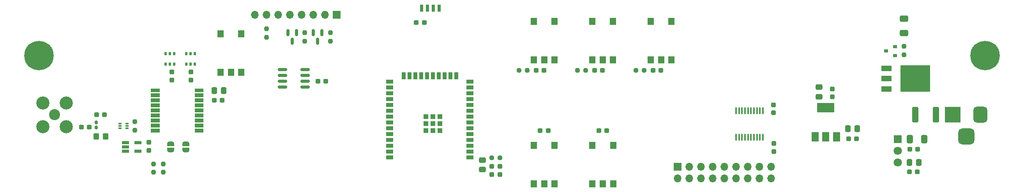
<source format=gts>
%TF.GenerationSoftware,KiCad,Pcbnew,(6.0.0)*%
%TF.CreationDate,2022-08-27T11:05:42-04:00*%
%TF.ProjectId,VFD GPS Clock,56464420-4750-4532-9043-6c6f636b2e6b,rev?*%
%TF.SameCoordinates,Original*%
%TF.FileFunction,Soldermask,Top*%
%TF.FilePolarity,Negative*%
%FSLAX46Y46*%
G04 Gerber Fmt 4.6, Leading zero omitted, Abs format (unit mm)*
G04 Created by KiCad (PCBNEW (6.0.0)) date 2022-08-27 11:05:42*
%MOMM*%
%LPD*%
G01*
G04 APERTURE LIST*
G04 Aperture macros list*
%AMRoundRect*
0 Rectangle with rounded corners*
0 $1 Rounding radius*
0 $2 $3 $4 $5 $6 $7 $8 $9 X,Y pos of 4 corners*
0 Add a 4 corners polygon primitive as box body*
4,1,4,$2,$3,$4,$5,$6,$7,$8,$9,$2,$3,0*
0 Add four circle primitives for the rounded corners*
1,1,$1+$1,$2,$3*
1,1,$1+$1,$4,$5*
1,1,$1+$1,$6,$7*
1,1,$1+$1,$8,$9*
0 Add four rect primitives between the rounded corners*
20,1,$1+$1,$2,$3,$4,$5,0*
20,1,$1+$1,$4,$5,$6,$7,0*
20,1,$1+$1,$6,$7,$8,$9,0*
20,1,$1+$1,$8,$9,$2,$3,0*%
%AMFreePoly0*
4,1,22,0.500000,-0.750000,0.000000,-0.750000,0.000000,-0.745033,-0.079941,-0.743568,-0.215256,-0.701293,-0.333266,-0.622738,-0.424486,-0.514219,-0.481581,-0.384460,-0.499164,-0.250000,-0.500000,-0.250000,-0.500000,0.250000,-0.499164,0.250000,-0.499963,0.256109,-0.478152,0.396186,-0.417904,0.524511,-0.324060,0.630769,-0.204165,0.706417,-0.067858,0.745374,0.000000,0.744959,0.000000,0.750000,
0.500000,0.750000,0.500000,-0.750000,0.500000,-0.750000,$1*%
%AMFreePoly1*
4,1,20,0.000000,0.744959,0.073905,0.744508,0.209726,0.703889,0.328688,0.626782,0.421226,0.519385,0.479903,0.390333,0.500000,0.250000,0.500000,-0.250000,0.499851,-0.262216,0.476331,-0.402017,0.414519,-0.529596,0.319384,-0.634700,0.198574,-0.708877,0.061801,-0.746166,0.000000,-0.745033,0.000000,-0.750000,-0.500000,-0.750000,-0.500000,0.750000,0.000000,0.750000,0.000000,0.744959,
0.000000,0.744959,$1*%
G04 Aperture macros list end*
%ADD10C,0.010000*%
%ADD11RoundRect,0.237500X-0.250000X-0.237500X0.250000X-0.237500X0.250000X0.237500X-0.250000X0.237500X0*%
%ADD12RoundRect,0.237500X-0.237500X0.300000X-0.237500X-0.300000X0.237500X-0.300000X0.237500X0.300000X0*%
%ADD13RoundRect,0.237500X-0.300000X-0.237500X0.300000X-0.237500X0.300000X0.237500X-0.300000X0.237500X0*%
%ADD14FreePoly0,90.000000*%
%ADD15FreePoly1,90.000000*%
%ADD16RoundRect,0.237500X0.300000X0.237500X-0.300000X0.237500X-0.300000X-0.237500X0.300000X-0.237500X0*%
%ADD17RoundRect,0.237500X-0.237500X0.250000X-0.237500X-0.250000X0.237500X-0.250000X0.237500X0.250000X0*%
%ADD18RoundRect,0.237500X0.237500X-0.250000X0.237500X0.250000X-0.237500X0.250000X-0.237500X-0.250000X0*%
%ADD19R,1.400000X1.600000*%
%ADD20R,0.510000X0.700000*%
%ADD21RoundRect,0.150000X-0.150000X0.587500X-0.150000X-0.587500X0.150000X-0.587500X0.150000X0.587500X0*%
%ADD22RoundRect,0.100000X-0.100000X0.637500X-0.100000X-0.637500X0.100000X-0.637500X0.100000X0.637500X0*%
%ADD23R,2.200000X1.200000*%
%ADD24R,6.400000X5.800000*%
%ADD25RoundRect,0.250000X0.475000X-0.337500X0.475000X0.337500X-0.475000X0.337500X-0.475000X-0.337500X0*%
%ADD26R,1.560000X0.650000*%
%ADD27R,1.500000X0.900000*%
%ADD28R,0.900000X1.500000*%
%ADD29R,1.050000X1.050000*%
%ADD30RoundRect,0.250000X-0.337500X-0.475000X0.337500X-0.475000X0.337500X0.475000X-0.337500X0.475000X0*%
%ADD31R,0.700000X1.600000*%
%ADD32RoundRect,0.250000X-0.412500X-0.650000X0.412500X-0.650000X0.412500X0.650000X-0.412500X0.650000X0*%
%ADD33RoundRect,0.237500X0.237500X-0.300000X0.237500X0.300000X-0.237500X0.300000X-0.237500X-0.300000X0*%
%ADD34R,1.700000X1.700000*%
%ADD35O,1.700000X1.700000*%
%ADD36RoundRect,0.250000X-0.650000X0.412500X-0.650000X-0.412500X0.650000X-0.412500X0.650000X0.412500X0*%
%ADD37RoundRect,0.250000X0.400000X1.450000X-0.400000X1.450000X-0.400000X-1.450000X0.400000X-1.450000X0*%
%ADD38RoundRect,0.250000X-0.350000X-0.450000X0.350000X-0.450000X0.350000X0.450000X-0.350000X0.450000X0*%
%ADD39RoundRect,0.160000X-0.160000X0.222500X-0.160000X-0.222500X0.160000X-0.222500X0.160000X0.222500X0*%
%ADD40R,0.900000X0.800000*%
%ADD41C,6.400000*%
%ADD42RoundRect,0.250000X0.337500X0.475000X-0.337500X0.475000X-0.337500X-0.475000X0.337500X-0.475000X0*%
%ADD43RoundRect,0.150000X0.825000X0.150000X-0.825000X0.150000X-0.825000X-0.150000X0.825000X-0.150000X0*%
%ADD44R,1.800000X1.800000*%
%ADD45C,1.800000*%
%ADD46R,1.500000X2.000000*%
%ADD47R,3.800000X2.000000*%
%ADD48R,0.700000X0.340000*%
%ADD49R,3.500000X3.500000*%
%ADD50RoundRect,0.750000X0.750000X1.000000X-0.750000X1.000000X-0.750000X-1.000000X0.750000X-1.000000X0*%
%ADD51RoundRect,0.875000X0.875000X0.875000X-0.875000X0.875000X-0.875000X-0.875000X0.875000X-0.875000X0*%
%ADD52C,2.400000*%
%ADD53C,2.850000*%
G04 APERTURE END LIST*
D10*
%TO.C,U2*%
X49350000Y-126300000D02*
X47550000Y-126300000D01*
X47550000Y-126300000D02*
X47550000Y-125500000D01*
X47550000Y-125500000D02*
X49350000Y-125500000D01*
X49350000Y-125500000D02*
X49350000Y-126300000D01*
G36*
X49350000Y-126300000D02*
G01*
X47550000Y-126300000D01*
X47550000Y-125500000D01*
X49350000Y-125500000D01*
X49350000Y-126300000D01*
G37*
X49350000Y-126300000D02*
X47550000Y-126300000D01*
X47550000Y-125500000D01*
X49350000Y-125500000D01*
X49350000Y-126300000D01*
X58850000Y-128500000D02*
X57050000Y-128500000D01*
X57050000Y-128500000D02*
X57050000Y-127700000D01*
X57050000Y-127700000D02*
X58850000Y-127700000D01*
X58850000Y-127700000D02*
X58850000Y-128500000D01*
G36*
X58850000Y-128500000D02*
G01*
X57050000Y-128500000D01*
X57050000Y-127700000D01*
X58850000Y-127700000D01*
X58850000Y-128500000D01*
G37*
X58850000Y-128500000D02*
X57050000Y-128500000D01*
X57050000Y-127700000D01*
X58850000Y-127700000D01*
X58850000Y-128500000D01*
X58850000Y-126300000D02*
X57050000Y-126300000D01*
X57050000Y-126300000D02*
X57050000Y-125500000D01*
X57050000Y-125500000D02*
X58850000Y-125500000D01*
X58850000Y-125500000D02*
X58850000Y-126300000D01*
G36*
X58850000Y-126300000D02*
G01*
X57050000Y-126300000D01*
X57050000Y-125500000D01*
X58850000Y-125500000D01*
X58850000Y-126300000D01*
G37*
X58850000Y-126300000D02*
X57050000Y-126300000D01*
X57050000Y-125500000D01*
X58850000Y-125500000D01*
X58850000Y-126300000D01*
X58850000Y-127400000D02*
X57050000Y-127400000D01*
X57050000Y-127400000D02*
X57050000Y-126600000D01*
X57050000Y-126600000D02*
X58850000Y-126600000D01*
X58850000Y-126600000D02*
X58850000Y-127400000D01*
G36*
X58850000Y-127400000D02*
G01*
X57050000Y-127400000D01*
X57050000Y-126600000D01*
X58850000Y-126600000D01*
X58850000Y-127400000D01*
G37*
X58850000Y-127400000D02*
X57050000Y-127400000D01*
X57050000Y-126600000D01*
X58850000Y-126600000D01*
X58850000Y-127400000D01*
X58850000Y-129600000D02*
X57050000Y-129600000D01*
X57050000Y-129600000D02*
X57050000Y-128800000D01*
X57050000Y-128800000D02*
X58850000Y-128800000D01*
X58850000Y-128800000D02*
X58850000Y-129600000D01*
G36*
X58850000Y-129600000D02*
G01*
X57050000Y-129600000D01*
X57050000Y-128800000D01*
X58850000Y-128800000D01*
X58850000Y-129600000D01*
G37*
X58850000Y-129600000D02*
X57050000Y-129600000D01*
X57050000Y-128800000D01*
X58850000Y-128800000D01*
X58850000Y-129600000D01*
X49350000Y-125200000D02*
X47550000Y-125200000D01*
X47550000Y-125200000D02*
X47550000Y-124400000D01*
X47550000Y-124400000D02*
X49350000Y-124400000D01*
X49350000Y-124400000D02*
X49350000Y-125200000D01*
G36*
X49350000Y-125200000D02*
G01*
X47550000Y-125200000D01*
X47550000Y-124400000D01*
X49350000Y-124400000D01*
X49350000Y-125200000D01*
G37*
X49350000Y-125200000D02*
X47550000Y-125200000D01*
X47550000Y-124400000D01*
X49350000Y-124400000D01*
X49350000Y-125200000D01*
X58850000Y-121850000D02*
X57050000Y-121850000D01*
X57050000Y-121850000D02*
X57050000Y-121150000D01*
X57050000Y-121150000D02*
X58850000Y-121150000D01*
X58850000Y-121150000D02*
X58850000Y-121850000D01*
G36*
X58850000Y-121850000D02*
G01*
X57050000Y-121850000D01*
X57050000Y-121150000D01*
X58850000Y-121150000D01*
X58850000Y-121850000D01*
G37*
X58850000Y-121850000D02*
X57050000Y-121850000D01*
X57050000Y-121150000D01*
X58850000Y-121150000D01*
X58850000Y-121850000D01*
X58850000Y-130650000D02*
X57050000Y-130650000D01*
X57050000Y-130650000D02*
X57050000Y-129950000D01*
X57050000Y-129950000D02*
X58850000Y-129950000D01*
X58850000Y-129950000D02*
X58850000Y-130650000D01*
G36*
X58850000Y-130650000D02*
G01*
X57050000Y-130650000D01*
X57050000Y-129950000D01*
X58850000Y-129950000D01*
X58850000Y-130650000D01*
G37*
X58850000Y-130650000D02*
X57050000Y-130650000D01*
X57050000Y-129950000D01*
X58850000Y-129950000D01*
X58850000Y-130650000D01*
X49350000Y-123000000D02*
X47550000Y-123000000D01*
X47550000Y-123000000D02*
X47550000Y-122200000D01*
X47550000Y-122200000D02*
X49350000Y-122200000D01*
X49350000Y-122200000D02*
X49350000Y-123000000D01*
G36*
X49350000Y-123000000D02*
G01*
X47550000Y-123000000D01*
X47550000Y-122200000D01*
X49350000Y-122200000D01*
X49350000Y-123000000D01*
G37*
X49350000Y-123000000D02*
X47550000Y-123000000D01*
X47550000Y-122200000D01*
X49350000Y-122200000D01*
X49350000Y-123000000D01*
X58850000Y-123000000D02*
X57050000Y-123000000D01*
X57050000Y-123000000D02*
X57050000Y-122200000D01*
X57050000Y-122200000D02*
X58850000Y-122200000D01*
X58850000Y-122200000D02*
X58850000Y-123000000D01*
G36*
X58850000Y-123000000D02*
G01*
X57050000Y-123000000D01*
X57050000Y-122200000D01*
X58850000Y-122200000D01*
X58850000Y-123000000D01*
G37*
X58850000Y-123000000D02*
X57050000Y-123000000D01*
X57050000Y-122200000D01*
X58850000Y-122200000D01*
X58850000Y-123000000D01*
X58850000Y-125200000D02*
X57050000Y-125200000D01*
X57050000Y-125200000D02*
X57050000Y-124400000D01*
X57050000Y-124400000D02*
X58850000Y-124400000D01*
X58850000Y-124400000D02*
X58850000Y-125200000D01*
G36*
X58850000Y-125200000D02*
G01*
X57050000Y-125200000D01*
X57050000Y-124400000D01*
X58850000Y-124400000D01*
X58850000Y-125200000D01*
G37*
X58850000Y-125200000D02*
X57050000Y-125200000D01*
X57050000Y-124400000D01*
X58850000Y-124400000D01*
X58850000Y-125200000D01*
X49350000Y-129600000D02*
X47550000Y-129600000D01*
X47550000Y-129600000D02*
X47550000Y-128800000D01*
X47550000Y-128800000D02*
X49350000Y-128800000D01*
X49350000Y-128800000D02*
X49350000Y-129600000D01*
G36*
X49350000Y-129600000D02*
G01*
X47550000Y-129600000D01*
X47550000Y-128800000D01*
X49350000Y-128800000D01*
X49350000Y-129600000D01*
G37*
X49350000Y-129600000D02*
X47550000Y-129600000D01*
X47550000Y-128800000D01*
X49350000Y-128800000D01*
X49350000Y-129600000D01*
X58850000Y-124100000D02*
X57050000Y-124100000D01*
X57050000Y-124100000D02*
X57050000Y-123300000D01*
X57050000Y-123300000D02*
X58850000Y-123300000D01*
X58850000Y-123300000D02*
X58850000Y-124100000D01*
G36*
X58850000Y-124100000D02*
G01*
X57050000Y-124100000D01*
X57050000Y-123300000D01*
X58850000Y-123300000D01*
X58850000Y-124100000D01*
G37*
X58850000Y-124100000D02*
X57050000Y-124100000D01*
X57050000Y-123300000D01*
X58850000Y-123300000D01*
X58850000Y-124100000D01*
X49350000Y-128500000D02*
X47550000Y-128500000D01*
X47550000Y-128500000D02*
X47550000Y-127700000D01*
X47550000Y-127700000D02*
X49350000Y-127700000D01*
X49350000Y-127700000D02*
X49350000Y-128500000D01*
G36*
X49350000Y-128500000D02*
G01*
X47550000Y-128500000D01*
X47550000Y-127700000D01*
X49350000Y-127700000D01*
X49350000Y-128500000D01*
G37*
X49350000Y-128500000D02*
X47550000Y-128500000D01*
X47550000Y-127700000D01*
X49350000Y-127700000D01*
X49350000Y-128500000D01*
X49350000Y-124100000D02*
X47550000Y-124100000D01*
X47550000Y-124100000D02*
X47550000Y-123300000D01*
X47550000Y-123300000D02*
X49350000Y-123300000D01*
X49350000Y-123300000D02*
X49350000Y-124100000D01*
G36*
X49350000Y-124100000D02*
G01*
X47550000Y-124100000D01*
X47550000Y-123300000D01*
X49350000Y-123300000D01*
X49350000Y-124100000D01*
G37*
X49350000Y-124100000D02*
X47550000Y-124100000D01*
X47550000Y-123300000D01*
X49350000Y-123300000D01*
X49350000Y-124100000D01*
X49350000Y-127400000D02*
X47550000Y-127400000D01*
X47550000Y-127400000D02*
X47550000Y-126600000D01*
X47550000Y-126600000D02*
X49350000Y-126600000D01*
X49350000Y-126600000D02*
X49350000Y-127400000D01*
G36*
X49350000Y-127400000D02*
G01*
X47550000Y-127400000D01*
X47550000Y-126600000D01*
X49350000Y-126600000D01*
X49350000Y-127400000D01*
G37*
X49350000Y-127400000D02*
X47550000Y-127400000D01*
X47550000Y-126600000D01*
X49350000Y-126600000D01*
X49350000Y-127400000D01*
X49350000Y-121850000D02*
X47550000Y-121850000D01*
X47550000Y-121850000D02*
X47550000Y-121150000D01*
X47550000Y-121150000D02*
X49350000Y-121150000D01*
X49350000Y-121150000D02*
X49350000Y-121850000D01*
G36*
X49350000Y-121850000D02*
G01*
X47550000Y-121850000D01*
X47550000Y-121150000D01*
X49350000Y-121150000D01*
X49350000Y-121850000D01*
G37*
X49350000Y-121850000D02*
X47550000Y-121850000D01*
X47550000Y-121150000D01*
X49350000Y-121150000D01*
X49350000Y-121850000D01*
X49350000Y-130650000D02*
X47550000Y-130650000D01*
X47550000Y-130650000D02*
X47550000Y-129950000D01*
X47550000Y-129950000D02*
X49350000Y-129950000D01*
X49350000Y-129950000D02*
X49350000Y-130650000D01*
G36*
X49350000Y-130650000D02*
G01*
X47550000Y-130650000D01*
X47550000Y-129950000D01*
X49350000Y-129950000D01*
X49350000Y-130650000D01*
G37*
X49350000Y-130650000D02*
X47550000Y-130650000D01*
X47550000Y-129950000D01*
X49350000Y-129950000D01*
X49350000Y-130650000D01*
%TD*%
D11*
%TO.C,R11*%
X140187500Y-117200000D03*
X142012500Y-117200000D03*
%TD*%
D12*
%TO.C,C24*%
X182775000Y-124712500D03*
X182775000Y-126437500D03*
%TD*%
D13*
%TO.C,C16*%
X199137500Y-132100000D03*
X200862500Y-132100000D03*
%TD*%
D14*
%TO.C,JP1*%
X55175000Y-134525000D03*
D15*
X55175000Y-133225000D03*
%TD*%
D16*
%TO.C,C21*%
X133862500Y-130300000D03*
X132137500Y-130300000D03*
%TD*%
D17*
%TO.C,R6*%
X86575000Y-109012500D03*
X86575000Y-110837500D03*
%TD*%
D18*
%TO.C,R2*%
X44050000Y-130212500D03*
X44050000Y-128387500D03*
%TD*%
D19*
%TO.C,SW1*%
X62700000Y-117637500D03*
X67200000Y-117637500D03*
X62700000Y-109237500D03*
X67200000Y-109237500D03*
X64950000Y-117637500D03*
%TD*%
D20*
%TO.C,U8*%
X52625000Y-113540000D03*
X51675000Y-113540000D03*
X50725000Y-113540000D03*
X50725000Y-115860000D03*
X51675000Y-115860000D03*
X52625000Y-115860000D03*
%TD*%
D19*
%TO.C,SW5*%
X143450000Y-114900000D03*
X147950000Y-114900000D03*
X143450000Y-106500000D03*
X147950000Y-106500000D03*
X145700000Y-114900000D03*
%TD*%
D21*
%TO.C,Q3*%
X79200000Y-109012500D03*
X77300000Y-109012500D03*
X78250000Y-110887500D03*
%TD*%
D22*
%TO.C,U9*%
X180525000Y-126037500D03*
X179875000Y-126037500D03*
X179225000Y-126037500D03*
X178575000Y-126037500D03*
X177925000Y-126037500D03*
X177275000Y-126037500D03*
X176625000Y-126037500D03*
X175975000Y-126037500D03*
X175325000Y-126037500D03*
X174675000Y-126037500D03*
X174675000Y-131762500D03*
X175325000Y-131762500D03*
X175975000Y-131762500D03*
X176625000Y-131762500D03*
X177275000Y-131762500D03*
X177925000Y-131762500D03*
X178575000Y-131762500D03*
X179225000Y-131762500D03*
X179875000Y-131762500D03*
X180525000Y-131762500D03*
%TD*%
D23*
%TO.C,Q2*%
X207375000Y-116745000D03*
D24*
X213675000Y-119025000D03*
D23*
X207375000Y-119025000D03*
X207375000Y-121305000D03*
%TD*%
D13*
%TO.C,C23*%
X144862500Y-130300000D03*
X146587500Y-130300000D03*
%TD*%
%TO.C,C14*%
X212337500Y-139300000D03*
X214062500Y-139300000D03*
%TD*%
D25*
%TO.C,C6*%
X192700000Y-122937500D03*
X192700000Y-120862500D03*
%TD*%
D17*
%TO.C,R9*%
X50200000Y-137587500D03*
X50200000Y-139412500D03*
%TD*%
D26*
%TO.C,U6*%
X42000000Y-132925000D03*
X42000000Y-133875000D03*
X42000000Y-134825000D03*
X44700000Y-134825000D03*
X44700000Y-132925000D03*
%TD*%
D21*
%TO.C,Q4*%
X84700000Y-109012500D03*
X82800000Y-109012500D03*
X83750000Y-110887500D03*
%TD*%
D27*
%TO.C,U1*%
X116900000Y-136185000D03*
X116900000Y-134915000D03*
X116900000Y-133645000D03*
X116900000Y-132375000D03*
X116900000Y-131105000D03*
X116900000Y-129835000D03*
X116900000Y-128565000D03*
X116900000Y-127295000D03*
X116900000Y-126025000D03*
X116900000Y-124755000D03*
X116900000Y-123485000D03*
X116900000Y-122215000D03*
X116900000Y-120945000D03*
X116900000Y-119675000D03*
D28*
X113870000Y-118425000D03*
X112600000Y-118425000D03*
X111330000Y-118425000D03*
X110060000Y-118425000D03*
X108790000Y-118425000D03*
X107520000Y-118425000D03*
X106250000Y-118425000D03*
X104980000Y-118425000D03*
X103710000Y-118425000D03*
X102440000Y-118425000D03*
D27*
X99400000Y-119675000D03*
X99400000Y-120945000D03*
X99400000Y-122215000D03*
X99400000Y-123485000D03*
X99400000Y-124755000D03*
X99400000Y-126025000D03*
X99400000Y-127295000D03*
X99400000Y-128565000D03*
X99400000Y-129835000D03*
X99400000Y-131105000D03*
X99400000Y-132375000D03*
X99400000Y-133645000D03*
X99400000Y-134915000D03*
X99400000Y-136185000D03*
D29*
X108830000Y-130370000D03*
X110355000Y-130370000D03*
X108830000Y-128845000D03*
X110355000Y-128845000D03*
X107305000Y-127320000D03*
X107305000Y-130370000D03*
X108830000Y-127320000D03*
X107305000Y-128845000D03*
X110355000Y-127320000D03*
%TD*%
D30*
%TO.C,C4*%
X212362500Y-137250000D03*
X214437500Y-137250000D03*
%TD*%
D31*
%TO.C,U10*%
X106395000Y-103700000D03*
X107665000Y-103700000D03*
X108935000Y-103700000D03*
X110205000Y-103700000D03*
%TD*%
D13*
%TO.C,C28*%
X143937500Y-117200000D03*
X145662500Y-117200000D03*
%TD*%
D32*
%TO.C,C3*%
X212437500Y-132200000D03*
X215562500Y-132200000D03*
%TD*%
D18*
%TO.C,R5*%
X81000000Y-110837500D03*
X81000000Y-109012500D03*
%TD*%
D11*
%TO.C,R7*%
X121587500Y-136300000D03*
X123412500Y-136300000D03*
%TD*%
D33*
%TO.C,C17*%
X52125000Y-119312500D03*
X52125000Y-117587500D03*
%TD*%
D34*
%TO.C,J3*%
X87875000Y-105125000D03*
D35*
X85335000Y-105125000D03*
X82795000Y-105125000D03*
X80255000Y-105125000D03*
X77715000Y-105125000D03*
X75175000Y-105125000D03*
X72635000Y-105125000D03*
X70095000Y-105125000D03*
%TD*%
D19*
%TO.C,SW4*%
X130750000Y-114900000D03*
X135250000Y-114900000D03*
X130750000Y-106500000D03*
X135250000Y-106500000D03*
X133000000Y-114900000D03*
%TD*%
D36*
%TO.C,C2*%
X211200000Y-105937500D03*
X211200000Y-109062500D03*
%TD*%
D13*
%TO.C,C27*%
X131237500Y-117200000D03*
X132962500Y-117200000D03*
%TD*%
D37*
%TO.C,F1*%
X218125000Y-126900000D03*
X213675000Y-126900000D03*
%TD*%
D38*
%TO.C,R1*%
X35700000Y-131600000D03*
X37700000Y-131600000D03*
%TD*%
D19*
%TO.C,SW6*%
X156150000Y-114900000D03*
X160650000Y-114900000D03*
X156150000Y-106500000D03*
X160650000Y-106500000D03*
X158400000Y-114900000D03*
%TD*%
D17*
%TO.C,R4*%
X72625000Y-108187500D03*
X72625000Y-110012500D03*
%TD*%
D19*
%TO.C,SW3*%
X143475000Y-141912500D03*
X147975000Y-141912500D03*
X143475000Y-133512500D03*
X147975000Y-133512500D03*
X145725000Y-141912500D03*
%TD*%
D12*
%TO.C,C20*%
X121600000Y-138137500D03*
X121600000Y-139862500D03*
%TD*%
D39*
%TO.C,L1*%
X35700000Y-128527500D03*
X35700000Y-129672500D03*
%TD*%
D40*
%TO.C,D1*%
X209250000Y-112050000D03*
X207250000Y-113000000D03*
X209250000Y-113950000D03*
%TD*%
D11*
%TO.C,R12*%
X152887500Y-117200000D03*
X154712500Y-117200000D03*
%TD*%
D25*
%TO.C,C8*%
X119600000Y-138837500D03*
X119600000Y-136762500D03*
%TD*%
D18*
%TO.C,R3*%
X211200000Y-113812500D03*
X211200000Y-111987500D03*
%TD*%
D41*
%TO.C,H1*%
X23250000Y-114000000D03*
%TD*%
D33*
%TO.C,C18*%
X56200000Y-119312500D03*
X56200000Y-117587500D03*
%TD*%
%TO.C,C15*%
X47125000Y-134637500D03*
X47125000Y-132912500D03*
%TD*%
D20*
%TO.C,U7*%
X57125000Y-113540000D03*
X56175000Y-113540000D03*
X55225000Y-113540000D03*
X55225000Y-115860000D03*
X56175000Y-115860000D03*
X57125000Y-115860000D03*
%TD*%
D33*
%TO.C,C25*%
X182925000Y-134887500D03*
X182925000Y-133162500D03*
%TD*%
D13*
%TO.C,C11*%
X83812500Y-119600000D03*
X85537500Y-119600000D03*
%TD*%
D42*
%TO.C,C7*%
X63387500Y-121600000D03*
X61312500Y-121600000D03*
%TD*%
D16*
%TO.C,C26*%
X106925000Y-106800000D03*
X105200000Y-106800000D03*
%TD*%
D19*
%TO.C,SW2*%
X130750000Y-141912500D03*
X135250000Y-141912500D03*
X130750000Y-133512500D03*
X135250000Y-133512500D03*
X133000000Y-141912500D03*
%TD*%
D16*
%TO.C,C13*%
X63037500Y-123700000D03*
X61312500Y-123700000D03*
%TD*%
D18*
%TO.C,R8*%
X48100000Y-139425000D03*
X48100000Y-137600000D03*
%TD*%
D13*
%TO.C,C10*%
X35737500Y-126900000D03*
X37462500Y-126900000D03*
%TD*%
D43*
%TO.C,U5*%
X81075000Y-120880000D03*
X81075000Y-119610000D03*
X81075000Y-118340000D03*
X81075000Y-117070000D03*
X76125000Y-117070000D03*
X76125000Y-118340000D03*
X76125000Y-119610000D03*
X76125000Y-120880000D03*
%TD*%
D13*
%TO.C,C9*%
X32437500Y-129600000D03*
X34162500Y-129600000D03*
%TD*%
D44*
%TO.C,U3*%
X209838000Y-132167500D03*
D45*
X209838000Y-134707500D03*
X209838000Y-137247500D03*
%TD*%
D41*
%TO.C,H2*%
X228750000Y-114000000D03*
%TD*%
D16*
%TO.C,C12*%
X214162500Y-134400000D03*
X212437500Y-134400000D03*
%TD*%
D46*
%TO.C,U4*%
X191900000Y-131650000D03*
D47*
X194200000Y-125350000D03*
D46*
X194200000Y-131650000D03*
X196500000Y-131650000D03*
%TD*%
D12*
%TO.C,C22*%
X123400000Y-138137500D03*
X123400000Y-139862500D03*
%TD*%
D48*
%TO.C,Q1*%
X40850000Y-128800000D03*
X40850000Y-129300000D03*
X40850000Y-129800000D03*
X42350000Y-129800000D03*
X42350000Y-129300000D03*
X42350000Y-128800000D03*
%TD*%
D11*
%TO.C,R10*%
X127487500Y-117200000D03*
X129312500Y-117200000D03*
%TD*%
D33*
%TO.C,C19*%
X195600000Y-122962500D03*
X195600000Y-121237500D03*
%TD*%
D30*
%TO.C,C5*%
X198962500Y-129900000D03*
X201037500Y-129900000D03*
%TD*%
D13*
%TO.C,C29*%
X156637500Y-117200000D03*
X158362500Y-117200000D03*
%TD*%
D14*
%TO.C,JP2*%
X51850000Y-134525000D03*
D15*
X51850000Y-133225000D03*
%TD*%
D34*
%TO.C,J4*%
X161975000Y-138200000D03*
D35*
X161975000Y-140740000D03*
X164515000Y-138200000D03*
X164515000Y-140740000D03*
X167055000Y-138200000D03*
X167055000Y-140740000D03*
X169595000Y-138200000D03*
X169595000Y-140740000D03*
X172135000Y-138200000D03*
X172135000Y-140740000D03*
X174675000Y-138200000D03*
X174675000Y-140740000D03*
X177215000Y-138200000D03*
X177215000Y-140740000D03*
X179755000Y-138200000D03*
X179755000Y-140740000D03*
X182295000Y-138200000D03*
X182295000Y-140740000D03*
%TD*%
D49*
%TO.C,J1*%
X221750000Y-126900000D03*
D50*
X227750000Y-126900000D03*
D51*
X224750000Y-131600000D03*
%TD*%
D52*
%TO.C,J2*%
X26600000Y-126900000D03*
D53*
X24025000Y-124325000D03*
X29175000Y-124325000D03*
X29175000Y-129475000D03*
X24025000Y-129475000D03*
%TD*%
M02*

</source>
